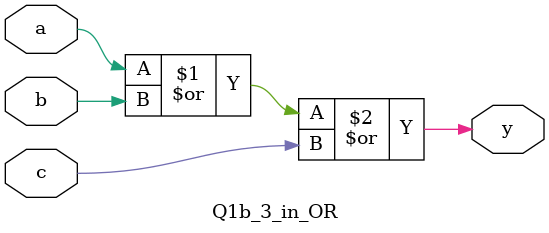
<source format=v>
`timescale 1ns / 1ps

module Q1b_3_in_OR(
    input a, b, c,
    output y
    );
    
    assign y = a | b | c;
    
endmodule

</source>
